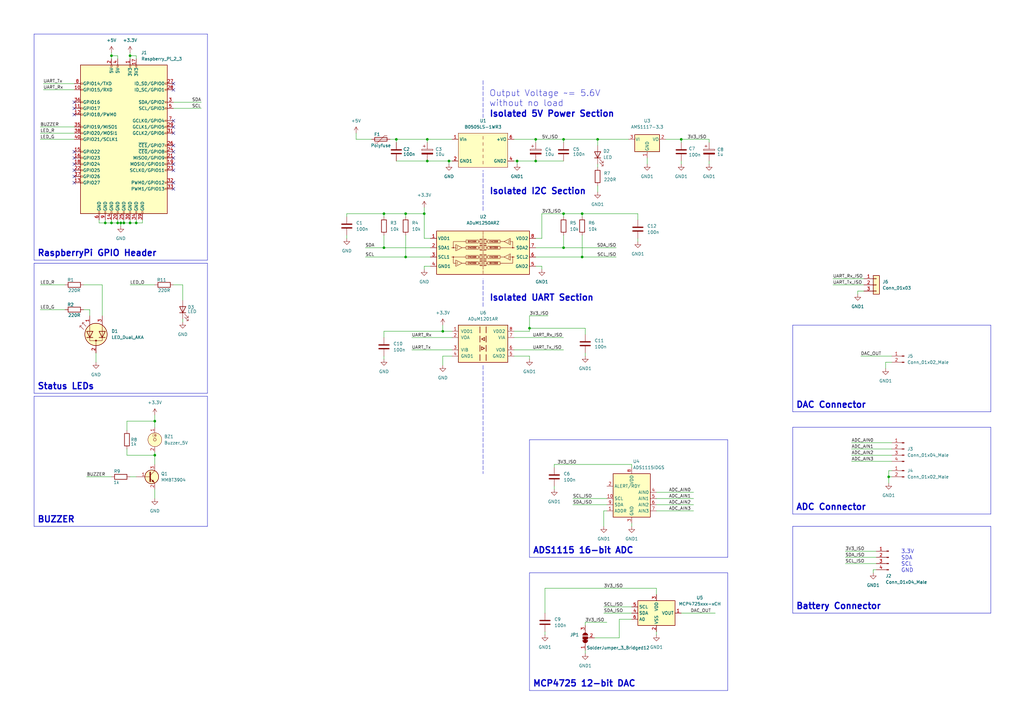
<source format=kicad_sch>
(kicad_sch (version 20231120) (generator "eeschema") (generator_version "8.0")
  (paper "A3")
  (title_block (title "Raspberry Pi HIL") (date "2024-04-12") (rev "1") (comment 1 "Designed By: Omar Mekkawy"))
  (lib_symbols
    (symbol "Analog_ADC:ADS1115IDGS"
      (property "Reference" "U" (at 2.54 13.97 0))
      (property "Value" "ADS1115IDGS" (at 7.62 11.43 0))
      (symbol "ADS1115IDGS_1_1"
        (pin input line (at 10.16 -5.08 180) (length 2.54) (name "ADDR") (number "1"))
        (pin input line (at 10.16 0 180) (length 2.54) (name "SCL") (number "10"))
        (pin output line (at 10.16 5.08 180) (length 2.54) (name "ALERT/RDY") (number "2"))
        (pin power_in line (at 0 -10.16 90) (length 2.54) (name "GND") (number "3"))
        (pin input line (at -10.16 2.54 0) (length 2.54) (name "AIN0") (number "4"))
        (pin input line (at -10.16 0 0) (length 2.54) (name "AIN1") (number "5"))
        (pin input line (at -10.16 -2.54 0) (length 2.54) (name "AIN2") (number "6"))
        (pin input line (at -10.16 -5.08 0) (length 2.54) (name "AIN3") (number "7"))
        (pin power_in line (at 0 12.7 270) (length 2.54) (name "VDD") (number "8"))
        (pin bidirectional line (at 10.16 -2.54 180) (length 2.54) (name "SDA") (number "9"))
      )
    )
    (symbol "Analog_DAC:MCP4725xxx-xCH"
      (property "Reference" "U" (at -6.35 6.35 0))
      (property "Value" "MCP4725xxx-xCH" (at 8.89 6.35 0))
      (symbol "MCP4725xxx-xCH_1_1"
        (pin output line (at 10.16 0 180) (length 2.54) (name "VOUT") (number "1"))
        (pin power_in line (at 0 -7.62 90) (length 2.54) (name "VSS") (number "2"))
        (pin power_in line (at 0 7.62 270) (length 2.54) (name "VDD") (number "3"))
        (pin bidirectional line (at -10.16 0 0) (length 2.54) (name "SDA") (number "4"))
        (pin input line (at -10.16 2.54 0) (length 2.54) (name "SCL") (number "5"))
        (pin input line (at -10.16 -2.54 0) (length 2.54) (name "A0") (number "6"))
      )
    )
    (symbol "Connector:Conn_01x02_Male" (pin_names (offset 1.016) hide)
      (property "Reference" "J" (at 0 2.54 0))
      (property "Value" "Conn_01x02_Male" (at 0 -5.08 0))
      (symbol "Conn_01x02_Male_1_1"
        (pin passive line (at 5.08 0 180) (length 3.81) (name "Pin_1") (number "1"))
        (pin passive line (at 5.08 -2.54 180) (length 3.81) (name "Pin_2") (number "2"))
      )
    )
    (symbol "Connector:Conn_01x04_Male" (pin_names (offset 1.016) hide)
      (property "Reference" "J" (at 0 5.08 0))
      (property "Value" "Conn_01x04_Male" (at 0 -7.62 0))
      (symbol "Conn_01x04_Male_1_1"
        (pin passive line (at 5.08 2.54 180) (length 3.81) (name "Pin_1") (number "1"))
        (pin passive line (at 5.08 0 180) (length 3.81) (name "Pin_2") (number "2"))
        (pin passive line (at 5.08 -2.54 180) (length 3.81) (name "Pin_3") (number "3"))
        (pin passive line (at 5.08 -5.08 180) (length 3.81) (name "Pin_4") (number "4"))
      )
    )
    (symbol "Connector:Raspberry_Pi_2_3" (pin_names (offset 1.016))
      (property "Reference" "J" (at -17.78 31.75 0))
      (property "Value" "Raspberry_Pi_2_3" (at 10.16 -31.75 0))
      (symbol "Raspberry_Pi_2_3_1_1"
        (pin power_in line (at 2.54 33.02 270) (length 2.54) (name "3V3") (number "1"))
        (pin bidirectional line (at -20.32 20.32 0) (length 2.54) (name "GPIO15/RXD") (number "10"))
        (pin bidirectional line (at -20.32 12.7 0) (length 2.54) (name "GPIO17") (number "11"))
        (pin bidirectional line (at -20.32 10.16 0) (length 2.54) (name "GPIO18/PWM0") (number "12"))
        (pin bidirectional line (at -20.32 -17.78 0) (length 2.54) (name "GPIO27") (number "13"))
        (pin power_in line (at -5.08 -33.02 90) (length 2.54) (name "GND") (number "14"))
        (pin bidirectional line (at -20.32 -5.08 0) (length 2.54) (name "GPIO22") (number "15"))
        (pin bidirectional line (at -20.32 -7.62 0) (length 2.54) (name "GPIO23") (number "16"))
        (pin power_in line (at 5.08 33.02 270) (length 2.54) (name "3V3") (number "17"))
        (pin bidirectional line (at -20.32 -10.16 0) (length 2.54) (name "GPIO24") (number "18"))
        (pin bidirectional line (at 20.32 -10.16 180) (length 2.54) (name "MOSI0/GPIO10") (number "19"))
        (pin power_in line (at -5.08 33.02 270) (length 2.54) (name "5V") (number "2"))
        (pin power_in line (at -2.54 -33.02 90) (length 2.54) (name "GND") (number "20"))
        (pin bidirectional line (at 20.32 -7.62 180) (length 2.54) (name "MISO0/GPIO9") (number "21"))
        (pin bidirectional line (at -20.32 -12.7 0) (length 2.54) (name "GPIO25") (number "22"))
        (pin bidirectional line (at 20.32 -12.7 180) (length 2.54) (name "SCLK0/GPIO11") (number "23"))
        (pin bidirectional line (at 20.32 -5.08 180) (length 2.54) (name "~{CE0}/GPIO8") (number "24"))
        (pin power_in line (at 0 -33.02 90) (length 2.54) (name "GND") (number "25"))
        (pin bidirectional line (at 20.32 -2.54 180) (length 2.54) (name "~{CE1}/GPIO7") (number "26"))
        (pin bidirectional line (at 20.32 22.86 180) (length 2.54) (name "ID_SD/GPIO0") (number "27"))
        (pin bidirectional line (at 20.32 20.32 180) (length 2.54) (name "ID_SC/GPIO1") (number "28"))
        (pin bidirectional line (at 20.32 5.08 180) (length 2.54) (name "GCLK1/GPIO5") (number "29"))
        (pin bidirectional line (at 20.32 15.24 180) (length 2.54) (name "SDA/GPIO2") (number "3"))
        (pin power_in line (at 2.54 -33.02 90) (length 2.54) (name "GND") (number "30"))
        (pin bidirectional line (at 20.32 2.54 180) (length 2.54) (name "GCLK2/GPIO6") (number "31"))
        (pin bidirectional line (at 20.32 -17.78 180) (length 2.54) (name "PWM0/GPIO12") (number "32"))
        (pin bidirectional line (at 20.32 -20.32 180) (length 2.54) (name "PWM1/GPIO13") (number "33"))
        (pin power_in line (at 5.08 -33.02 90) (length 2.54) (name "GND") (number "34"))
        (pin bidirectional line (at -20.32 5.08 0) (length 2.54) (name "GPIO19/MISO1") (number "35"))
        (pin bidirectional line (at -20.32 15.24 0) (length 2.54) (name "GPIO16") (number "36"))
        (pin bidirectional line (at -20.32 -15.24 0) (length 2.54) (name "GPIO26") (number "37"))
        (pin bidirectional line (at -20.32 2.54 0) (length 2.54) (name "GPIO20/MOSI1") (number "38"))
        (pin power_in line (at 7.62 -33.02 90) (length 2.54) (name "GND") (number "39"))
        (pin power_in line (at -2.54 33.02 270) (length 2.54) (name "5V") (number "4"))
        (pin bidirectional line (at -20.32 0 0) (length 2.54) (name "GPIO21/SCLK1") (number "40"))
        (pin bidirectional line (at 20.32 12.7 180) (length 2.54) (name "SCL/GPIO3") (number "5"))
        (pin power_in line (at -10.16 -33.02 90) (length 2.54) (name "GND") (number "6"))
        (pin bidirectional line (at 20.32 7.62 180) (length 2.54) (name "GCLK0/GPIO4") (number "7"))
        (pin bidirectional line (at -20.32 22.86 0) (length 2.54) (name "GPIO14/TXD") (number "8"))
        (pin power_in line (at -7.62 -33.02 90) (length 2.54) (name "GND") (number "9"))
      )
    )
    (symbol "Connector_Generic:Conn_01x03" (pin_names (offset 1.016) hide)
      (property "Reference" "J" (at 0 5.08 0))
      (property "Value" "Conn_01x03" (at 0 -5.08 0))
      (symbol "Conn_01x03_1_1"
        (pin passive line (at -5.08 2.54 0) (length 3.81) (name "Pin_1") (number "1"))
        (pin passive line (at -5.08 0 0) (length 3.81) (name "Pin_2") (number "2"))
        (pin passive line (at -5.08 -2.54 0) (length 3.81) (name "Pin_3") (number "3"))
      )
    )
    (symbol "Converter_DCDC:B0505LS-1WR3"
      (property "Reference" "U" (at -8.89 1.27 0))
      (property "Value" "B0505LS-1WR3" (at 2.54 1.27 0))
      (symbol "B0505LS-1WR3_1_1"
        (pin power_in line (at -12.7 -2.54 0) (length 2.54) (name "Vin") (number "1"))
        (pin power_in line (at -12.7 -11.43 0) (length 2.54) (name "GND1") (number "2"))
        (pin power_in line (at 12.7 -11.43 180) (length 2.54) (name "GND2") (number "4"))
        (pin power_in line (at 12.7 -2.54 180) (length 2.54) (name "+VO") (number "6"))
      )
    )
    (symbol "Device:C" (pin_numbers hide) (pin_names (offset 0.254))
      (property "Reference" "C" (at 0.635 2.54 0))
      (property "Value" "C" (at 0.635 -2.54 0))
      (symbol "C_1_1"
        (pin passive line (at 0 3.81 270) (length 2.794) (name "~") (number "1"))
        (pin passive line (at 0 -3.81 90) (length 2.794) (name "~") (number "2"))
      )
    )
    (symbol "Device:C_Polarized" (pin_numbers hide) (pin_names (offset 0.254))
      (property "Reference" "C" (at 0.635 2.54 0))
      (property "Value" "C_Polarized" (at 0.635 -2.54 0))
      (symbol "C_Polarized_1_1"
        (pin passive line (at 0 3.81 270) (length 2.794) (name "~") (number "1"))
        (pin passive line (at 0 -3.81 90) (length 2.794) (name "~") (number "2"))
      )
    )
    (symbol "Device:LED" (pin_numbers hide) (pin_names (offset 1.016) hide)
      (property "Reference" "D" (at 0 2.54 0))
      (property "Value" "LED" (at 0 -2.54 0))
      (symbol "LED_1_1"
        (pin passive line (at -3.81 0 0) (length 2.54) (name "K") (number "1"))
        (pin passive line (at 3.81 0 180) (length 2.54) (name "A") (number "2"))
      )
    )
    (symbol "Device:LED_Dual_AKA" (pin_names (offset 0) hide)
      (property "Reference" "D" (at 0 5.715 0))
      (property "Value" "LED_Dual_AKA" (at 0 -6.35 0))
      (symbol "LED_Dual_AKA_1_1"
        (pin input line (at 7.62 2.54 180) (length 3.81) (name "A1") (number "1"))
        (pin input line (at -7.62 0 0) (length 3.048) (name "K") (number "2"))
        (pin input line (at 7.62 -2.54 180) (length 3.81) (name "A2") (number "3"))
      )
    )
    (symbol "Device:Polyfuse" (pin_numbers hide) (pin_names (offset 0))
      (property "Reference" "F" (at -2.54 0 90))
      (property "Value" "Polyfuse" (at 2.54 0 90))
      (symbol "Polyfuse_1_1"
        (pin passive line (at 0 3.81 270) (length 1.27) (name "~") (number "1"))
        (pin passive line (at 0 -3.81 90) (length 1.27) (name "~") (number "2"))
      )
    )
    (symbol "Device:R" (pin_numbers hide) (pin_names (offset 0))
      (property "Reference" "R" (at 2.032 0 90))
      (property "Value" "R" (at 0 0 90))
      (symbol "R_1_1"
        (pin passive line (at 0 3.81 270) (length 1.27) (name "~") (number "1"))
        (pin passive line (at 0 -3.81 90) (length 1.27) (name "~") (number "2"))
      )
    )
    (symbol "Isolator:ADuM1201AR" (pin_names (offset 1.016))
      (property "Reference" "U" (at -10.16 8.89 0))
      (property "Value" "ADuM1201AR" (at -2.032 8.89 0))
      (symbol "ADuM1201AR_1_1"
        (pin power_in line (at -12.7 5.08 0) (length 2.54) (name "VDD1") (number "1"))
        (pin output line (at -12.7 2.54 0) (length 2.54) (name "VOA") (number "2"))
        (pin input line (at -12.7 -2.54 0) (length 2.54) (name "VIB") (number "3"))
        (pin power_in line (at -12.7 -5.08 0) (length 2.54) (name "GND1") (number "4"))
        (pin power_in line (at 12.7 -5.08 180) (length 2.54) (name "GND2") (number "5"))
        (pin output line (at 12.7 -2.54 180) (length 2.54) (name "VOB") (number "6"))
        (pin input line (at 12.7 2.54 180) (length 2.54) (name "VIA") (number "7"))
        (pin power_in line (at 12.7 5.08 180) (length 2.54) (name "VDD2") (number "8"))
      )
    )
    (symbol "Isolator:ADuM1250ARZ"
      (property "Reference" "U" (at -17.78 1.27 0))
      (property "Value" "ADuM1250ARZ" (at 11.43 1.27 0))
      (symbol "ADuM1250ARZ_0_0"
        (text "DECODE" (at -4.445 -5.08 0) (effects (font (size 0.635 0.635))))
        (text "DECODE" (at 4.445 -13.97 0) (effects (font (size 0.635 0.635))))
        (text "DECODE" (at 4.445 -7.62 0) (effects (font (size 0.635 0.635))))
        (text "ENCODE" (at -4.445 -13.97 0) (effects (font (size 0.635 0.635))))
        (text "ENCODE" (at -4.445 -11.43 0) (effects (font (size 0.635 0.635))))
        (text "ENCODE" (at -4.445 -7.62 0) (effects (font (size 0.635 0.635))))
        (text "ENCODE" (at 4.445 -11.43 0) (effects (font (size 0.635 0.635))))
        (text "ENCODE" (at 4.445 -5.08 0) (effects (font (size 0.635 0.635))))
      )
      (symbol "ADuM1250ARZ_1_1"
        (pin power_in line (at -21.59 -3.81 0) (length 2.54) (name "VDD1") (number "1"))
        (pin bidirectional line (at -21.59 -7.62 0) (length 2.54) (name "SDA1") (number "2"))
        (pin bidirectional line (at -21.59 -11.43 0) (length 2.54) (name "SCL1") (number "3"))
        (pin power_in line (at -21.59 -15.24 0) (length 2.54) (name "GND1") (number "4"))
        (pin power_in line (at 21.59 -15.24 180) (length 2.54) (name "GND2") (number "5"))
        (pin bidirectional line (at 21.59 -11.43 180) (length 2.54) (name "SCL2") (number "6"))
        (pin bidirectional line (at 21.59 -7.62 180) (length 2.54) (name "SDA2") (number "7"))
        (pin power_in line (at 21.59 -3.81 180) (length 2.54) (name "VDD2") (number "8"))
      )
    )
    (symbol "Jumper:SolderJumper_3_Bridged12" (pin_names (offset 0) hide) (exclude_from_sim yes) (in_bom no)
      (property "Reference" "JP" (at -2.54 -2.54 0))
      (property "Value" "SolderJumper_3_Bridged12" (at 0 2.794 0))
      (symbol "SolderJumper_3_Bridged12_1_1"
        (pin passive line (at -5.08 0 0) (length 2.54) (name "A") (number "1"))
        (pin passive line (at 0 -3.81 90) (length 2.54) (name "C") (number "2"))
        (pin passive line (at 5.08 0 180) (length 2.54) (name "B") (number "3"))
      )
    )
    (symbol "PCM_SL_Devices:Buzzer_5V"
      (property "Reference" "BZ" (at 0 7.62 0))
      (property "Value" "Buzzer_5V" (at 0 5.08 0))
      (symbol "Buzzer_5V_0_0"
        (text "+" (at -1.778 0 0) (effects (font (size 1.27 1.27))))
      )
      (symbol "Buzzer_5V_1_1"
        (pin passive line (at -5.08 0 0) (length 2.2) (name "") (number "1"))
        (pin passive line (at 5.08 0 180) (length 2.2) (name "") (number "2"))
      )
    )
    (symbol "PCM_Transistor_BJT_AKL:MMBT3904" (pin_names hide)
      (property "Reference" "Q" (at 5.08 1.27 0))
      (property "Value" "MMBT3904" (at 5.08 -1.27 0))
      (symbol "MMBT3904_1_1"
        (pin input line (at -5.08 0 0) (length 5.715) (name "B") (number "1"))
        (pin passive line (at 2.54 -5.08 90) (length 2.54) (name "E") (number "2"))
        (pin passive line (at 2.54 5.08 270) (length 2.54) (name "C") (number "3"))
      )
    )
    (symbol "Regulator_Linear:AMS1117-3.3" (pin_names (offset 0.254))
      (property "Reference" "U" (at -3.81 3.175 0))
      (property "Value" "AMS1117-3.3" (at 0 3.175 0))
      (symbol "AMS1117-3.3_1_1"
        (pin power_in line (at 0 -7.62 90) (length 2.54) (name "GND") (number "1"))
        (pin power_out line (at 7.62 0 180) (length 2.54) (name "VO") (number "2"))
        (pin power_in line (at -7.62 0 0) (length 2.54) (name "VI") (number "3"))
      )
    )
    (symbol "power:+3.3V" (power) (pin_names (offset 0))
      (property "Value" "+3.3V" (at 0 3.556 0))
      (symbol "+3.3V_1_1"
        (pin power_in line (at 0 0 90) (length 0) hide (name "+3.3V") (number "1"))
      )
    )
    (symbol "power:+5V" (power) (pin_names (offset 0))
      (property "Value" "+5V" (at 0 3.556 0))
      (symbol "+5V_1_1"
        (pin power_in line (at 0 0 90) (length 0) hide (name "+5V") (number "1"))
      )
    )
    (symbol "power:GND" (power) (pin_names (offset 0))
      (property "Value" "GND" (at 0 -3.81 0))
      (symbol "GND_1_1"
        (pin power_in line (at 0 0 270) (length 0) hide (name "GND") (number "1"))
      )
    )
    (symbol "power:GND1" (power) (pin_names (offset 0))
      (property "Value" "GND1" (at 0 -3.81 0))
      (symbol "GND1_1_1"
        (pin power_in line (at 0 0 270) (length 0) hide (name "GND1") (number "1"))
      )
    )
  )
  (junction (at 48.26 91.44))
  (junction (at 279.4 57.15))
  (junction (at 181.61 135.89))
  (junction (at 45.72 91.44))
  (junction (at 157.48 101.6))
  (junction (at 212.09 66.04))
  (junction (at 219.71 57.15))
  (junction (at 238.76 105.41))
  (junction (at 63.5 172.72))
  (junction (at 50.8 91.44))
  (junction (at 238.76 87.63))
  (junction (at 184.15 66.04))
  (junction (at 162.56 57.15))
  (junction (at 219.71 66.04))
  (junction (at 157.48 87.63))
  (junction (at 63.5 186.69))
  (junction (at 231.14 87.63))
  (junction (at 166.37 105.41))
  (junction (at 55.88 91.44))
  (junction (at 217.17 134.62))
  (junction (at 175.26 66.04))
  (junction (at 49.53 91.44))
  (junction (at 364.49 195.58))
  (junction (at 175.26 57.15))
  (junction (at 53.34 22.86))
  (junction (at 173.99 87.63))
  (junction (at 166.37 87.63))
  (junction (at 53.34 91.44))
  (junction (at 231.14 101.6))
  (junction (at 43.18 91.44))
  (junction (at 245.11 57.15))
  (junction (at 231.14 57.15))
  (junction (at 45.72 22.86))
  (no_connect (at 71.12 34.29))
  (no_connect (at 30.48 62.23))
  (no_connect (at 30.48 67.31))
  (no_connect (at 71.12 74.93))
  (no_connect (at 30.48 41.91))
  (no_connect (at 71.12 64.77))
  (no_connect (at 30.48 46.99))
  (no_connect (at 71.12 54.61))
  (no_connect (at 71.12 36.83))
  (no_connect (at 71.12 49.53))
  (no_connect (at 71.12 59.69))
  (no_connect (at 30.48 64.77))
  (no_connect (at 30.48 44.45))
  (no_connect (at 71.12 67.31))
  (no_connect (at 71.12 69.85))
  (no_connect (at 71.12 62.23))
  (no_connect (at 30.48 72.39))
  (no_connect (at 71.12 77.47))
  (no_connect (at 71.12 52.07))
  (no_connect (at 30.48 74.93))
  (no_connect (at 30.48 69.85))
  (wire (pts (xy 74.93 130.81) (xy 74.93 132.08)))
  (wire (pts (xy 43.18 90.17) (xy 43.18 91.44)))
  (polyline (pts (xy 13.97 107.95) (xy 13.97 161.29)) (stroke (width 0) (type solid) (color 0 0 194 1)))
  (wire (pts (xy 210.82 138.43) (xy 231.14 138.43)))
  (wire (pts (xy 210.82 57.15) (xy 219.71 57.15)))
  (wire (pts (xy 184.15 66.04) (xy 185.42 66.04)))
  (wire (pts (xy 238.76 96.52) (xy 238.76 105.41)))
  (wire (pts (xy 55.88 91.44) (xy 58.42 91.44)))
  (polyline (pts (xy 325.12 133.35) (xy 325.12 168.91)) (stroke (width 0) (type solid) (color 0 0 194 1)))
  (wire (pts (xy 245.11 67.31) (xy 245.11 68.58)))
  (polyline (pts (xy 217.17 180.34) (xy 217.17 228.6)) (stroke (width 0) (type solid) (color 0 0 194 1)))
  (wire (pts (xy 363.22 148.59) (xy 363.22 151.13)))
  (wire (pts (xy 45.72 21.59) (xy 45.72 22.86)))
  (wire (pts (xy 168.91 143.51) (xy 185.42 143.51)))
  (wire (pts (xy 224.79 129.54) (xy 217.17 129.54)))
  (wire (pts (xy 269.24 259.08) (xy 269.24 260.35)))
  (polyline (pts (xy 217.17 234.95) (xy 217.17 283.21)) (stroke (width 0) (type solid) (color 0 0 194 1)))
  (polyline (pts (xy 406.4 168.91) (xy 325.12 168.91)) (stroke (width 0) (type solid) (color 0 0 194 1)))
  (polyline (pts (xy 325.12 215.9) (xy 406.4 215.9)) (stroke (width 0) (type solid) (color 0 0 194 1)))
  (wire (pts (xy 71.12 44.45) (xy 82.55 44.45)))
  (wire (pts (xy 231.14 87.63) (xy 238.76 87.63)))
  (wire (pts (xy 50.8 90.17) (xy 50.8 91.44)))
  (wire (pts (xy 222.25 110.49) (xy 222.25 109.22)))
  (wire (pts (xy 176.53 97.79) (xy 173.99 97.79)))
  (polyline (pts (xy 217.17 234.95) (xy 298.45 234.95)) (stroke (width 0) (type solid) (color 0 0 194 1)))
  (wire (pts (xy 290.83 66.04) (xy 290.83 67.31)))
  (wire (pts (xy 219.71 57.15) (xy 219.71 58.42)))
  (wire (pts (xy 341.63 116.84) (xy 354.33 116.84)))
  (wire (pts (xy 162.56 57.15) (xy 175.26 57.15)))
  (wire (pts (xy 259.08 214.63) (xy 259.08 215.9)))
  (wire (pts (xy 157.48 135.89) (xy 157.48 138.43)))
  (wire (pts (xy 247.65 209.55) (xy 248.92 209.55)))
  (wire (pts (xy 247.65 248.92) (xy 259.08 248.92)))
  (wire (pts (xy 168.91 138.43) (xy 185.42 138.43)))
  (wire (pts (xy 53.34 21.59) (xy 53.34 22.86)))
  (polyline (pts (xy 13.97 107.95) (xy 85.09 107.95)) (stroke (width 0) (type solid) (color 0 0 194 1)))
  (wire (pts (xy 53.34 116.84) (xy 63.5 116.84)))
  (wire (pts (xy 279.4 57.15) (xy 290.83 57.15)))
  (wire (pts (xy 365.76 148.59) (xy 363.22 148.59)))
  (polyline (pts (xy 406.4 133.35) (xy 406.4 168.91)) (stroke (width 0) (type solid) (color 0 0 194 1)))
  (wire (pts (xy 227.33 191.77) (xy 227.33 190.5)))
  (wire (pts (xy 219.71 109.22) (xy 222.25 109.22)))
  (polyline (pts (xy 406.4 251.46) (xy 325.12 251.46)) (stroke (width 0) (type solid) (color 0 0 194 1)))
  (polyline (pts (xy 298.45 228.6) (xy 217.17 228.6)) (stroke (width 0) (type solid) (color 0 0 194 1)))
  (wire (pts (xy 269.24 209.55) (xy 284.48 209.55)))
  (wire (pts (xy 173.99 85.09) (xy 173.99 87.63)))
  (wire (pts (xy 16.51 52.07) (xy 30.48 52.07)))
  (wire (pts (xy 290.83 57.15) (xy 290.83 58.42)))
  (wire (pts (xy 210.82 66.04) (xy 212.09 66.04)))
  (wire (pts (xy 173.99 110.49) (xy 173.99 109.22)))
  (wire (pts (xy 48.26 91.44) (xy 45.72 91.44)))
  (wire (pts (xy 223.52 259.08) (xy 223.52 260.35)))
  (wire (pts (xy 63.5 200.66) (xy 63.5 204.47)))
  (wire (pts (xy 63.5 172.72) (xy 52.07 172.72)))
  (wire (pts (xy 223.52 241.3) (xy 269.24 241.3)))
  (wire (pts (xy 41.91 116.84) (xy 41.91 129.54)))
  (polyline (pts (xy 85.09 106.68) (xy 13.97 106.68)) (stroke (width 0) (type solid) (color 0 0 194 1)))
  (wire (pts (xy 71.12 116.84) (xy 74.93 116.84)))
  (wire (pts (xy 219.71 105.41) (xy 238.76 105.41)))
  (wire (pts (xy 219.71 97.79) (xy 222.25 97.79)))
  (wire (pts (xy 146.05 54.61) (xy 146.05 57.15)))
  (wire (pts (xy 351.79 119.38) (xy 351.79 120.65)))
  (wire (pts (xy 142.24 87.63) (xy 157.48 87.63)))
  (wire (pts (xy 231.14 57.15) (xy 231.14 58.42)))
  (wire (pts (xy 16.51 57.15) (xy 30.48 57.15)))
  (polyline (pts (xy 13.97 13.97) (xy 85.09 13.97)) (stroke (width 0) (type solid) (color 0 0 194 1)))
  (wire (pts (xy 52.07 184.15) (xy 52.07 186.69)))
  (wire (pts (xy 227.33 199.39) (xy 227.33 200.66)))
  (wire (pts (xy 269.24 207.01) (xy 284.48 207.01)))
  (wire (pts (xy 231.14 96.52) (xy 231.14 101.6)))
  (wire (pts (xy 45.72 91.44) (xy 43.18 91.44)))
  (polyline (pts (xy 13.97 162.56) (xy 85.09 162.56)) (stroke (width 0) (type solid) (color 0 0 194 1)))
  (wire (pts (xy 45.72 22.86) (xy 45.72 24.13)))
  (polyline (pts (xy 325.12 133.35) (xy 406.4 133.35)) (stroke (width 0) (type solid) (color 0 0 194 1)))
  (wire (pts (xy 245.11 57.15) (xy 245.11 59.69)))
  (wire (pts (xy 74.93 116.84) (xy 74.93 123.19)))
  (wire (pts (xy 166.37 105.41) (xy 176.53 105.41)))
  (polyline (pts (xy 406.4 210.82) (xy 325.12 210.82)) (stroke (width 0) (type solid) (color 0 0 194 1)))
  (wire (pts (xy 227.33 190.5) (xy 259.08 190.5)))
  (wire (pts (xy 173.99 87.63) (xy 173.99 97.79)))
  (wire (pts (xy 157.48 135.89) (xy 181.61 135.89)))
  (wire (pts (xy 261.62 87.63) (xy 261.62 90.17)))
  (wire (pts (xy 240.03 266.7) (xy 240.03 267.97)))
  (wire (pts (xy 53.34 22.86) (xy 55.88 22.86)))
  (wire (pts (xy 210.82 146.05) (xy 217.17 146.05)))
  (wire (pts (xy 217.17 134.62) (xy 240.03 134.62)))
  (wire (pts (xy 16.51 127) (xy 26.67 127)))
  (wire (pts (xy 43.18 91.44) (xy 40.64 91.44)))
  (wire (pts (xy 149.86 101.6) (xy 157.48 101.6)))
  (wire (pts (xy 48.26 90.17) (xy 48.26 91.44)))
  (wire (pts (xy 157.48 146.05) (xy 157.48 147.32)))
  (wire (pts (xy 247.65 251.46) (xy 259.08 251.46)))
  (polyline (pts (xy 198.12 125.73) (xy 198.12 114.3)) (stroke (width 0) (type dash)))
  (polyline (pts (xy 325.12 175.26) (xy 325.12 210.82)) (stroke (width 0) (type solid) (color 0 0 194 1)))
  (wire (pts (xy 34.29 116.84) (xy 41.91 116.84)))
  (wire (pts (xy 238.76 87.63) (xy 238.76 88.9)))
  (wire (pts (xy 45.72 90.17) (xy 45.72 91.44)))
  (wire (pts (xy 254 254) (xy 259.08 254)))
  (wire (pts (xy 269.24 201.93) (xy 284.48 201.93)))
  (wire (pts (xy 63.5 170.18) (xy 63.5 172.72)))
  (polyline (pts (xy 298.45 180.34) (xy 298.45 228.6)) (stroke (width 0) (type solid) (color 0 0 194 1)))
  (wire (pts (xy 181.61 146.05) (xy 185.42 146.05)))
  (polyline (pts (xy 217.17 180.34) (xy 298.45 180.34)) (stroke (width 0) (type solid) (color 0 0 194 1)))
  (wire (pts (xy 173.99 109.22) (xy 176.53 109.22)))
  (wire (pts (xy 217.17 129.54) (xy 217.17 134.62)))
  (wire (pts (xy 354.33 119.38) (xy 351.79 119.38)))
  (wire (pts (xy 240.03 255.27) (xy 240.03 256.54)))
  (wire (pts (xy 261.62 97.79) (xy 261.62 99.06)))
  (wire (pts (xy 240.03 255.27) (xy 248.92 255.27)))
  (wire (pts (xy 349.25 186.69) (xy 365.76 186.69)))
  (polyline (pts (xy 298.45 283.21) (xy 217.17 283.21)) (stroke (width 0) (type solid) (color 0 0 194 1)))
  (wire (pts (xy 16.51 54.61) (xy 30.48 54.61)))
  (wire (pts (xy 39.37 144.78) (xy 39.37 148.59)))
  (wire (pts (xy 254 261.62) (xy 254 254)))
  (wire (pts (xy 279.4 57.15) (xy 279.4 58.42)))
  (wire (pts (xy 279.4 251.46) (xy 293.37 251.46)))
  (polyline (pts (xy 325.12 215.9) (xy 325.12 251.46)) (stroke (width 0) (type solid) (color 0 0 194 1)))
  (wire (pts (xy 157.48 88.9) (xy 157.48 87.63)))
  (wire (pts (xy 217.17 135.89) (xy 210.82 135.89)))
  (wire (pts (xy 269.24 204.47) (xy 284.48 204.47)))
  (wire (pts (xy 166.37 87.63) (xy 166.37 88.9)))
  (polyline (pts (xy 198.12 86.36) (xy 198.12 69.85)) (stroke (width 0) (type dash)))
  (wire (pts (xy 245.11 76.2) (xy 245.11 78.74)))
  (wire (pts (xy 364.49 198.12) (xy 364.49 195.58)))
  (wire (pts (xy 63.5 175.26) (xy 63.5 172.72)))
  (wire (pts (xy 160.02 57.15) (xy 162.56 57.15)))
  (polyline (pts (xy 85.09 161.29) (xy 13.97 161.29)) (stroke (width 0) (type solid) (color 0 0 194 1)))
  (polyline (pts (xy 13.97 162.56) (xy 13.97 215.9)) (stroke (width 0) (type solid) (color 0 0 194 1)))
  (wire (pts (xy 353.06 146.05) (xy 365.76 146.05)))
  (wire (pts (xy 212.09 66.04) (xy 219.71 66.04)))
  (wire (pts (xy 234.95 207.01) (xy 248.92 207.01)))
  (wire (pts (xy 223.52 251.46) (xy 223.52 241.3)))
  (wire (pts (xy 219.71 101.6) (xy 231.14 101.6)))
  (polyline (pts (xy 85.09 162.56) (xy 85.09 215.9)) (stroke (width 0) (type solid) (color 0 0 194 1)))
  (wire (pts (xy 53.34 90.17) (xy 53.34 91.44)))
  (wire (pts (xy 243.84 261.62) (xy 254 261.62)))
  (wire (pts (xy 53.34 195.58) (xy 55.88 195.58)))
  (wire (pts (xy 273.05 57.15) (xy 279.4 57.15)))
  (wire (pts (xy 53.34 22.86) (xy 53.34 24.13)))
  (wire (pts (xy 63.5 185.42) (xy 63.5 186.69)))
  (wire (pts (xy 184.15 67.31) (xy 184.15 66.04)))
  (wire (pts (xy 231.14 87.63) (xy 231.14 88.9)))
  (wire (pts (xy 222.25 87.63) (xy 231.14 87.63)))
  (wire (pts (xy 265.43 64.77) (xy 265.43 67.31)))
  (wire (pts (xy 346.71 231.14) (xy 359.41 231.14)))
  (wire (pts (xy 17.78 34.29) (xy 30.48 34.29)))
  (wire (pts (xy 45.72 22.86) (xy 48.26 22.86)))
  (wire (pts (xy 157.48 101.6) (xy 176.53 101.6)))
  (wire (pts (xy 34.29 127) (xy 36.83 127)))
  (wire (pts (xy 222.25 97.79) (xy 222.25 87.63)))
  (wire (pts (xy 341.63 114.3) (xy 354.33 114.3)))
  (wire (pts (xy 358.14 233.68) (xy 359.41 233.68)))
  (polyline (pts (xy 13.97 13.97) (xy 13.97 106.68)) (stroke (width 0) (type solid) (color 0 0 194 1)))
  (polyline (pts (xy 85.09 13.97) (xy 85.09 106.68)) (stroke (width 0) (type solid) (color 0 0 194 1)))
  (wire (pts (xy 63.5 186.69) (xy 63.5 190.5)))
  (wire (pts (xy 238.76 105.41) (xy 252.73 105.41)))
  (wire (pts (xy 212.09 67.31) (xy 212.09 66.04)))
  (polyline (pts (xy 325.12 175.26) (xy 406.4 175.26)) (stroke (width 0) (type solid) (color 0 0 194 1)))
  (wire (pts (xy 17.78 36.83) (xy 30.48 36.83)))
  (wire (pts (xy 346.71 226.06) (xy 359.41 226.06)))
  (wire (pts (xy 349.25 189.23) (xy 365.76 189.23)))
  (wire (pts (xy 52.07 172.72) (xy 52.07 176.53)))
  (wire (pts (xy 40.64 90.17) (xy 40.64 91.44)))
  (wire (pts (xy 71.12 41.91) (xy 82.55 41.91)))
  (wire (pts (xy 184.15 66.04) (xy 175.26 66.04)))
  (wire (pts (xy 364.49 193.04) (xy 365.76 193.04)))
  (polyline (pts (xy 298.45 234.95) (xy 298.45 283.21)) (stroke (width 0) (type solid) (color 0 0 194 1)))
  (wire (pts (xy 162.56 66.04) (xy 175.26 66.04)))
  (wire (pts (xy 142.24 96.52) (xy 142.24 97.79)))
  (wire (pts (xy 245.11 57.15) (xy 257.81 57.15)))
  (wire (pts (xy 364.49 195.58) (xy 365.76 195.58)))
  (wire (pts (xy 238.76 87.63) (xy 261.62 87.63)))
  (wire (pts (xy 240.03 134.62) (xy 240.03 137.16)))
  (wire (pts (xy 149.86 105.41) (xy 166.37 105.41)))
  (wire (pts (xy 358.14 234.95) (xy 358.14 233.68)))
  (wire (pts (xy 349.25 184.15) (xy 365.76 184.15)))
  (wire (pts (xy 240.03 144.78) (xy 240.03 146.05)))
  (wire (pts (xy 364.49 195.58) (xy 364.49 193.04)))
  (polyline (pts (xy 198.12 149.86) (xy 198.12 194.31)) (stroke (width 0) (type dash)))
  (wire (pts (xy 50.8 91.44) (xy 53.34 91.44)))
  (wire (pts (xy 55.88 24.13) (xy 55.88 22.86)))
  (wire (pts (xy 146.05 57.15) (xy 152.4 57.15)))
  (wire (pts (xy 52.07 186.69) (xy 63.5 186.69)))
  (wire (pts (xy 247.65 215.9) (xy 247.65 209.55)))
  (wire (pts (xy 231.14 101.6) (xy 252.73 101.6)))
  (wire (pts (xy 175.26 57.15) (xy 185.42 57.15)))
  (wire (pts (xy 349.25 181.61) (xy 365.76 181.61)))
  (wire (pts (xy 157.48 96.52) (xy 157.48 101.6)))
  (polyline (pts (xy 406.4 175.26) (xy 406.4 210.82)) (stroke (width 0) (type solid) (color 0 0 194 1)))
  (wire (pts (xy 181.61 135.89) (xy 181.61 133.35)))
  (wire (pts (xy 55.88 90.17) (xy 55.88 91.44)))
  (wire (pts (xy 175.26 57.15) (xy 175.26 58.42)))
  (wire (pts (xy 53.34 91.44) (xy 55.88 91.44)))
  (wire (pts (xy 157.48 87.63) (xy 166.37 87.63)))
  (wire (pts (xy 210.82 143.51) (xy 231.14 143.51)))
  (wire (pts (xy 166.37 96.52) (xy 166.37 105.41)))
  (wire (pts (xy 231.14 57.15) (xy 245.11 57.15)))
  (wire (pts (xy 48.26 24.13) (xy 48.26 22.86)))
  (wire (pts (xy 185.42 135.89) (xy 181.61 135.89)))
  (wire (pts (xy 166.37 87.63) (xy 173.99 87.63)))
  (wire (pts (xy 259.08 190.5) (xy 259.08 191.77)))
  (wire (pts (xy 16.51 116.84) (xy 26.67 116.84)))
  (wire (pts (xy 58.42 90.17) (xy 58.42 91.44)))
  (wire (pts (xy 234.95 204.47) (xy 248.92 204.47)))
  (wire (pts (xy 181.61 146.05) (xy 181.61 149.86)))
  (wire (pts (xy 217.17 134.62) (xy 217.17 135.89)))
  (polyline (pts (xy 406.4 215.9) (xy 406.4 251.46)) (stroke (width 0) (type solid) (color 0 0 194 1)))
  (wire (pts (xy 269.24 241.3) (xy 269.24 243.84)))
  (polyline (pts (xy 198.12 33.02) (xy 198.12 48.26)) (stroke (width 0) (type dash)))
  (polyline (pts (xy 85.09 107.95) (xy 85.09 161.29)) (stroke (width 0) (type solid) (color 0 0 194 1)))
  (wire (pts (xy 35.56 195.58) (xy 45.72 195.58)))
  (wire (pts (xy 346.71 228.6) (xy 359.41 228.6)))
  (wire (pts (xy 142.24 88.9) (xy 142.24 87.63)))
  (wire (pts (xy 162.56 57.15) (xy 162.56 58.42)))
  (polyline (pts (xy 85.09 215.9) (xy 13.97 215.9)) (stroke (width 0) (type solid) (color 0 0 194 1)))
  (wire (pts (xy 36.83 127) (xy 36.83 129.54)))
  (wire (pts (xy 219.71 66.04) (xy 231.14 66.04)))
  (wire (pts (xy 219.71 57.15) (xy 231.14 57.15)))
  (wire (pts (xy 217.17 147.32) (xy 217.17 146.05)))
  (wire (pts (xy 279.4 66.04) (xy 279.4 67.31)))
  (wire (pts (xy 49.53 91.44) (xy 50.8 91.44)))
  (wire (pts (xy 49.53 92.71) (xy 49.53 91.44)))
  (wire (pts (xy 49.53 91.44) (xy 48.26 91.44)))
  (text "RaspberryPi GPIO Header" (at 15.24 105.41 0) (effects (font (size 2.54 2.54) (thickness 0.508) (bold yes)) (justify left bottom)))
  (text "Isolated I2C Section" (at 200.66 80.01 0) (effects (font (size 2.54 2.54) (thickness 0.508) (bold yes)) (justify left bottom)))
  (text "Battery Connector" (at 326.39 250.19 0) (effects (font (size 2.54 2.54) (thickness 0.508) (bold yes)) (justify left bottom)))
  (text "Output Voltage ~= 5.6V\nwithout no load" (at 200.66 43.942 0) (effects (font (size 2.54 2.54)) (justify left bottom)))
  (text "Isolated UART Section" (at 200.66 123.698 0) (effects (font (size 2.54 2.54) (thickness 0.508) (bold yes)) (justify left bottom)))
  (text "3.3V\nSDA\nSCL\nGND" (at 369.57 234.95 0) (effects (font (size 1.6 1.6)) (justify left bottom)))
  (text "ADS1115 16-bit ADC" (at 218.44 227.33 0) (effects (font (size 2.54 2.54) (thickness 0.508) (bold yes)) (justify left bottom)))
  (text "Status LEDs" (at 15.24 160.02 0) (effects (font (size 2.54 2.54) (thickness 0.508) (bold yes)) (justify left bottom)))
  (text "ADC Connector" (at 326.39 209.55 0) (effects (font (size 2.54 2.54) (thickness 0.508) (bold yes)) (justify left bottom)))
  (text "DAC Connector" (at 326.39 167.64 0) (effects (font (size 2.54 2.54) (thickness 0.508) (bold yes)) (justify left bottom)))
  (text "MCP4725 12-bit DAC" (at 218.44 281.94 0) (effects (font (size 2.54 2.54) (thickness 0.508) (bold yes)) (justify left bottom)))
  (text "Isolated 5V Power Section" (at 200.66 48.26 0) (effects (font (size 2.54 2.54) (thickness 0.508) (bold yes)) (justify left bottom)))
  (text "BUZZER" (at 15.24 214.63 0) (effects (font (size 2.54 2.54) (thickness 0.508) (bold yes)) (justify left bottom)))
  (label "SDA" (at 149.86 101.6 0))
  (label "ADC_AIN2" (at 274.32 207.01 0))
  (label "DAC_OUT" (at 283.21 251.46 0))
  (label "SDA_ISO" (at 234.95 207.01 0))
  (label "SDA_ISO" (at 252.73 101.6 180))
  (label "3V3_ISO" (at 247.65 241.3 0))
  (label "SCL" (at 78.74 44.45 0))
  (label "3V3_ISO" (at 346.71 226.06 0))
  (label "UART_Tx" (at 17.78 34.29 0))
  (label "SCL_ISO" (at 346.71 231.14 0))
  (label "SDA" (at 78.74 41.91 0))
  (label "SDA_ISO" (at 247.65 251.46 0))
  (label "LED_R" (at 16.51 116.84 0))
  (label "SCL_ISO" (at 252.73 105.41 180))
  (label "3V3_ISO" (at 222.25 87.63 0))
  (label "BUZZER" (at 16.51 52.07 0))
  (label "UART_Rx" (at 168.91 138.43 0))
  (label "ADC_AIN2" (at 349.25 186.69 0))
  (label "BUZZER" (at 35.56 195.58 0))
  (label "ADC_AIN3" (at 349.25 189.23 0))
  (label "UART_Rx" (at 17.78 36.83 0))
  (label "SDA_ISO" (at 346.71 228.6 0))
  (label "3V3_ISO" (at 240.03 255.27 0))
  (label "UART_Tx_ISO" (at 341.63 116.84 0))
  (label "UART_Tx_ISO" (at 218.44 143.51 0))
  (label "ADC_AIN1" (at 349.25 184.15 0))
  (label "ADC_AIN0" (at 274.32 201.93 0))
  (label "SCL_ISO" (at 247.65 248.92 0))
  (label "LED_O" (at 53.34 116.84 0))
  (label "UART_Tx" (at 168.91 143.51 0))
  (label "3V3_ISO" (at 217.17 129.54 0))
  (label "SCL_ISO" (at 234.95 204.47 0))
  (label "LED_G" (at 16.51 57.15 0))
  (label "UART_Rx_ISO" (at 341.63 114.3 0))
  (label "5V_ISO" (at 222.25 57.15 0))
  (label "3V3_ISO" (at 228.6 190.5 0))
  (label "ADC_AIN0" (at 349.25 181.61 0))
  (label "SCL" (at 149.86 105.41 0))
  (label "LED_R" (at 16.51 54.61 0))
  (label "ADC_AIN3" (at 274.32 209.55 0))
  (label "DAC_OUT" (at 353.06 146.05 0))
  (label "UART_Rx_ISO" (at 218.44 138.43 0))
  (label "LED_G" (at 16.51 127 0))
  (label "3V3_ISO" (at 281.94 57.15 0))
  (label "ADC_AIN1" (at 274.32 204.47 0))
  (symbol (lib_id "power:GND1") (at 247.65 215.9 0) (unit 1)
    (property "Reference" "#PWR014" (effects (hide yes)))
    (property "Value" "GND1" (at 247.65 220.98 0))
  )
  (symbol (lib_id "power:GND1") (at 240.03 146.05 0) (unit 1)
    (property "Reference" "#PWR031" (effects (hide yes)))
    (property "Value" "GND1" (at 240.03 151.13 0))
  )
  (symbol (lib_id "Connector:Raspberry_Pi_2_3") (at 50.8 57.15 0) (unit 1)
    (property "Reference" "J1" (at 57.8994 21.59 0) (effects (justify left)))
    (property "Value" "Raspberry_Pi_2_3" (at 57.8994 24.13 0) (effects (justify left)))
    (property "Footprint" "Connector_PinHeader_2.54mm:PinHeader_2x20_P2.54mm_Vertical" (effects (hide yes)))
    (property "Datasheet" "https://www.raspberrypi.org/documentation/hardware/raspberrypi/schematics/rpi_SCH_3bplus_1p0_reduced.pdf" (effects (hide yes)))
  )
  (symbol (lib_id "power:+3.3V") (at 63.5 170.18 0) (unit 1)
    (property "Reference" "#PWR025" (effects (hide yes)))
    (property "Value" "+3.3V" (at 63.5 165.1 0))
  )
  (symbol (lib_id "power:GND") (at 39.37 148.59 0) (unit 1)
    (property "Reference" "#PWR03" (effects (hide yes)))
    (property "Value" "GND" (at 39.37 153.67 0))
  )
  (symbol (lib_id "Device:LED") (at 74.93 127 90) (unit 1)
    (property "Reference" "D3" (at 76.962 125.984 90) (effects (justify right)))
    (property "Value" "LED" (at 76.962 127.762 90) (effects (justify right)))
    (property "Footprint" "LED_SMD:LED_0805_2012Metric" (effects (hide yes)))
    (property "Description" "Light emitting diode" (effects (hide yes)))
  )
  (symbol (lib_id "Device:C_Polarized") (at 290.83 62.23 0) (unit 1)
    (property "Reference" "C8" (at 294.132 61.3411 0) (effects (justify left)))
    (property "Value" "1u" (at 294.132 63.246 0) (effects (justify left)))
    (property "Footprint" "Capacitor_THT:CP_Radial_D4.0mm_P1.50mm" (effects (hide yes)))
  )
  (symbol (lib_id "Connector_Generic:Conn_01x03") (at 359.41 116.84 0) (unit 1)
    (property "Reference" "J6" (at 361.95 115.5699 0) (effects (justify left)))
    (property "Value" "Conn_01x03" (at 361.95 118.1099 0) (effects (justify left)))
    (property "Footprint" "Connector_PinHeader_2.54mm:PinHeader_1x03_P2.54mm_Vertical" (effects (hide yes)))
    (property "Description" "Generic connector, single row, 01x03, script generated (kicad-library-utils/schlib/autogen/connector/)" (effects (hide yes)))
  )
  (symbol (lib_id "power:GND1") (at 364.49 198.12 0) (unit 1)
    (property "Reference" "#PWR019" (effects (hide yes)))
    (property "Value" "GND1" (at 364.49 203.2 0))
  )
  (symbol (lib_id "power:GND1") (at 259.08 215.9 0) (unit 1)
    (property "Reference" "#PWR016" (effects (hide yes)))
    (property "Value" "GND1" (at 259.08 220.98 0))
  )
  (symbol (lib_id "power:GND1") (at 222.25 110.49 0) (unit 1)
    (property "Reference" "#PWR011" (effects (hide yes)))
    (property "Value" "GND1" (at 222.25 115.57 0))
  )
  (symbol (lib_id "power:GND1") (at 212.09 67.31 0) (unit 1)
    (property "Reference" "#PWR010" (effects (hide yes)))
    (property "Value" "GND1" (at 212.09 72.39 0))
  )
  (symbol (lib_id "Connector:Conn_01x02_Male") (at 370.84 193.04 0) (mirror y) (unit 1)
    (property "Reference" "J4" (at 372.11 193.0399 0) (effects (justify right)))
    (property "Value" "Conn_01x02_Male" (at 372.11 195.5799 0) (effects (justify right)))
    (property "Footprint" "Connector_PinHeader_2.54mm:PinHeader_1x02_P2.54mm_Vertical" (effects (hide yes)))
  )
  (symbol (lib_id "Converter_DCDC:B0505LS-1WR3") (at 198.12 54.61 0) (unit 1)
    (property "Reference" "U1" (at 198.12 49.53 0))
    (property "Value" "B0505LS-1WR3" (at 198.12 52.07 0))
    (property "Footprint" "Converter_DCDC:Converter_DCDC_TRACO_TMR-1-xxxx_Single_THT" (effects (hide yes)))
    (property "Datasheet" "https://www.chipmall.com/datasheet/MORNSUN-Guangzhou-S&-T-B0505LS-1WR3_4610779.html" (effects (hide yes)))
  )
  (symbol (lib_id "Device:Polyfuse") (at 156.21 57.15 90) (unit 1)
    (property "Reference" "F1" (at 154.686 55.118 90))
    (property "Value" "Polyfuse" (at 156.21 59.69 90))
    (property "Footprint" "Fuse:Fuse_1210_3225Metric_Pad1.42x2.65mm_HandSolder" (effects (hide yes)))
    (property "Description" "Resettable fuse, polymeric positive temperature coefficient" (effects (hide yes)))
  )
  (symbol (lib_id "Device:C") (at 142.24 92.71 0) (unit 1)
    (property "Reference" "C1" (at 146.05 91.4399 0) (effects (justify left)))
    (property "Value" "100n" (at 146.05 93.9799 0) (effects (justify left)))
    (property "Footprint" "Capacitor_SMD:C_0805_2012Metric" (effects (hide yes)))
  )
  (symbol (lib_id "Regulator_Linear:AMS1117-3.3") (at 265.43 57.15 0) (unit 1)
    (property "Reference" "U3" (at 265.43 49.53 0))
    (property "Value" "AMS1117-3.3" (at 265.43 52.07 0))
    (property "Footprint" "Package_TO_SOT_SMD:SOT-223-3_TabPin2" (effects (hide yes)))
    (property "Datasheet" "http://www.advanced-monolithic.com/pdf/ds1117.pdf" (effects (hide yes)))
  )
  (symbol (lib_id "power:GND") (at 173.99 110.49 0) (unit 1)
    (property "Reference" "#PWR07" (effects (hide yes)))
    (property "Value" "GND" (at 173.99 115.57 0))
  )
  (symbol (lib_id "power:GND1") (at 245.11 78.74 0) (unit 1)
    (property "Reference" "#PWR013" (effects (hide yes)))
    (property "Value" "GND1" (at 245.11 83.82 0))
  )
  (symbol (lib_id "Device:R") (at 30.48 116.84 90) (unit 1)
    (property "Reference" "R1" (at 28.956 114.808 90))
    (property "Value" "220R" (at 30.48 119.126 90))
    (property "Footprint" "Resistor_SMD:R_0603_1608Metric" (effects (hide yes)))
  )
  (symbol (lib_id "Device:R") (at 166.37 92.71 0) (unit 1)
    (property "Reference" "R4" (at 168.91 91.4399 0) (effects (justify left)))
    (property "Value" "10k" (at 168.91 93.9799 0) (effects (justify left)))
    (property "Footprint" "Resistor_SMD:R_0603_1608Metric" (effects (hide yes)))
  )
  (symbol (lib_id "power:GND1") (at 240.03 267.97 0) (unit 1)
    (property "Reference" "#PWR023" (effects (hide yes)))
    (property "Value" "GND1" (at 240.03 273.05 0))
  )
  (symbol (lib_id "Device:C") (at 261.62 93.98 0) (unit 1)
    (property "Reference" "C12" (at 265.43 92.7099 0) (effects (justify left)))
    (property "Value" "100n" (at 265.43 95.2499 0) (effects (justify left)))
    (property "Footprint" "Capacitor_SMD:C_0805_2012Metric" (effects (hide yes)))
  )
  (symbol (lib_id "power:GND1") (at 363.22 151.13 0) (unit 1)
    (property "Reference" "#PWR033" (effects (hide yes)))
    (property "Value" "GND1" (at 363.22 156.21 0))
  )
  (symbol (lib_id "PCM_Transistor_BJT_AKL:MMBT3904") (at 60.96 195.58 0) (unit 1)
    (property "Reference" "Q1" (at 66.04 194.3099 0) (effects (justify left)))
    (property "Value" "MMBT3904" (at 66.04 196.8499 0) (effects (justify left)))
    (property "Footprint" "PCM_Package_TO_SOT_SMD_AKL:SOT-23" (effects (hide yes)))
    (property "Datasheet" "https://www.tme.eu/Document/12bff749841e3a356e683e9a8e7e4119/2N3904BU-DTE.pdf" (effects (hide yes)))
    (property "Description" "NPN SOT-23 transistor, 40V, 200mA, 350mW, Complementary to MMBT3906, Alternate KiCAD Library" (effects (hide yes)))
  )
  (symbol (lib_id "power:GND") (at 63.5 204.47 0) (unit 1)
    (property "Reference" "#PWR024" (effects (hide yes)))
    (property "Value" "GND" (at 63.5 209.55 0))
  )
  (symbol (lib_id "Isolator:ADuM1250ARZ") (at 198.12 93.98 0) (unit 1)
    (property "Reference" "U2" (at 198.12 88.9 0))
    (property "Value" "ADuM1250ARZ" (at 198.12 91.44 0))
    (property "Footprint" "Package_SO:SOIC-8_3.9x4.9mm_P1.27mm" (effects (hide yes)))
    (property "Datasheet" "https://www.analog.com/media/en/technical-documentation/data-sheets/adum1250_1251.pdf" (effects (hide yes)))
  )
  (symbol (lib_id "power:GND1") (at 223.52 260.35 0) (unit 1)
    (property "Reference" "#PWR021" (effects (hide yes)))
    (property "Value" "GND1" (at 223.52 265.43 0))
  )
  (symbol (lib_id "power:GND1") (at 217.17 147.32 0) (unit 1)
    (property "Reference" "#PWR030" (effects (hide yes)))
    (property "Value" "GND1" (at 217.17 152.4 0))
  )
  (symbol (lib_id "power:+5V") (at 45.72 21.59 0) (unit 1)
    (property "Reference" "#PWR01" (effects (hide yes)))
    (property "Value" "+5V" (at 45.72 16.51 0))
  )
  (symbol (lib_id "Device:C") (at 157.48 142.24 0) (unit 1)
    (property "Reference" "C10" (at 161.29 140.9699 0) (effects (justify left)))
    (property "Value" "100n" (at 161.29 143.5099 0) (effects (justify left)))
    (property "Footprint" "Capacitor_SMD:C_0805_2012Metric" (effects (hide yes)))
  )
  (symbol (lib_id "PCM_SL_Devices:Buzzer_5V") (at 63.5 180.34 270) (unit 1)
    (property "Reference" "BZ1" (at 67.31 179.0699 90) (effects (justify left)))
    (property "Value" "Buzzer_5V" (at 67.31 181.6099 90) (effects (justify left)))
    (property "Footprint" "Buzzer_Beeper:MagneticBuzzer_ProSignal_ABT-410-RC" (effects (hide yes)))
    (property "Description" "Buzzer 5V" (effects (hide yes)))
  )
  (symbol (lib_id "power:GND1") (at 261.62 99.06 0) (unit 1)
    (property "Reference" "#PWR032" (effects (hide yes)))
    (property "Value" "GND1" (at 261.62 104.14 0))
  )
  (symbol (lib_id "power:GND") (at 157.48 147.32 0) (unit 1)
    (property "Reference" "#PWR029" (effects (hide yes)))
    (property "Value" "GND" (at 157.48 152.4 0))
  )
  (symbol (lib_id "Device:R") (at 30.48 127 90) (unit 1)
    (property "Reference" "R2" (at 28.956 124.968 90))
    (property "Value" "220R" (at 30.48 129.286 90))
    (property "Footprint" "Resistor_SMD:R_0603_1608Metric" (effects (hide yes)))
  )
  (symbol (lib_id "Connector:Conn_01x04_Male") (at 364.49 228.6 0) (mirror y) (unit 1)
    (property "Reference" "J2" (at 363.22 236.22 0) (effects (justify right)))
    (property "Value" "Conn_01x04_Male" (at 363.22 238.76 0) (effects (justify right)))
    (property "Footprint" "Connector_PinHeader_2.54mm:PinHeader_1x04_P2.54mm_Vertical" (effects (hide yes)))
  )
  (symbol (lib_id "Device:R") (at 157.48 92.71 0) (unit 1)
    (property "Reference" "R3" (at 160.02 91.4399 0) (effects (justify left)))
    (property "Value" "10k" (at 160.02 93.9799 0) (effects (justify left)))
    (property "Footprint" "Resistor_SMD:R_0603_1608Metric" (effects (hide yes)))
  )
  (symbol (lib_id "power:GND1") (at 290.83 67.31 0) (unit 1)
    (property "Reference" "#PWR020" (effects (hide yes)))
    (property "Value" "GND1" (at 290.83 72.39 0))
  )
  (symbol (lib_id "Device:C_Polarized") (at 219.71 62.23 0) (unit 1)
    (property "Reference" "C4" (at 223.52 61.3411 0) (effects (justify left)))
    (property "Value" "10u" (at 223.52 63.246 0) (effects (justify left)))
    (property "Footprint" "Capacitor_THT:CP_Radial_D4.0mm_P1.50mm" (effects (hide yes)))
  )
  (symbol (lib_id "power:GND") (at 184.15 67.31 0) (unit 1)
    (property "Reference" "#PWR09" (effects (hide yes)))
    (property "Value" "GND" (at 184.15 72.39 0))
  )
  (symbol (lib_id "power:GND") (at 181.61 149.86 0) (unit 1)
    (property "Reference" "#PWR028" (effects (hide yes)))
    (property "Value" "GND" (at 181.61 154.94 0))
  )
  (symbol (lib_id "Jumper:SolderJumper_3_Bridged12") (at 240.03 261.62 90) (unit 1) (exclude_from_sim yes) (in_bom no)
    (property "Reference" "JP1" (at 237.49 260.3499 90) (effects (justify left)))
    (property "Value" "SolderJumper_3_Bridged12" (at 266.446 265.684 90) (effects (justify left)))
    (property "Footprint" "Jumper:SolderJumper-3_P1.3mm_Bridged2Bar12_RoundedPad1.0x1.5mm" (effects (hide yes)))
    (property "Description" "3-pole Solder Jumper, pins 1+2 closed/bridged" (effects (hide yes)))
  )
  (symbol (lib_id "Isolator:ADuM1201AR") (at 198.12 140.97 0) (unit 1)
    (property "Reference" "U6" (at 198.12 128.27 0))
    (property "Value" "ADuM1201AR" (at 198.12 130.81 0))
    (property "Footprint" "Package_SO:SOIC-8_3.9x4.9mm_P1.27mm" (effects (hide yes)))
    (property "Datasheet" "https://www.analog.com/media/en/technical-documentation/data-sheets/ADuM1200_1201.pdf" (effects (hide yes)))
    (property "Description" "Dual-channel digital isolator, bidirectional communication, 3V/5V level translation, SOIC-8" (effects (hide yes)))
  )
  (symbol (lib_id "power:+3.3V") (at 173.99 85.09 0) (unit 1)
    (property "Reference" "#PWR06" (effects (hide yes)))
    (property "Value" "+3.3V" (at 173.99 80.01 0))
  )
  (symbol (lib_id "Connector:Conn_01x02_Male") (at 370.84 146.05 0) (mirror y) (unit 1)
    (property "Reference" "J5" (at 372.11 146.0499 0) (effects (justify right)))
    (property "Value" "Conn_01x02_Male" (at 372.11 148.5899 0) (effects (justify right)))
    (property "Footprint" "Connector_PinHeader_2.54mm:PinHeader_1x02_P2.54mm_Vertical" (effects (hide yes)))
  )
  (symbol (lib_id "power:+3.3V") (at 181.61 133.35 0) (unit 1)
    (property "Reference" "#PWR027" (effects (hide yes)))
    (property "Value" "+3.3V" (at 181.61 128.27 0))
  )
  (symbol (lib_id "Device:R") (at 67.31 116.84 90) (unit 1)
    (property "Reference" "R11" (at 66.294 114.808 90))
    (property "Value" "220R" (at 67.31 119.126 90))
    (property "Footprint" "Resistor_SMD:R_0603_1608Metric" (effects (hide yes)))
  )
  (symbol (lib_id "Device:LED") (at 245.11 63.5 90) (unit 1)
    (property "Reference" "D2" (at 247.396 61.976 90) (effects (justify right)))
    (property "Value" "LED" (at 247.396 64.516 90) (effects (justify right)))
    (property "Footprint" "LED_SMD:LED_0805_2012Metric" (effects (hide yes)))
  )
  (symbol (lib_id "Device:C") (at 231.14 62.23 0) (unit 1)
    (property "Reference" "C5" (at 234.95 61.2141 0) (effects (justify left)))
    (property "Value" "100n" (at 234.95 63.246 0) (effects (justify left)))
    (property "Footprint" "Capacitor_SMD:C_0805_2012Metric" (effects (hide yes)))
  )
  (symbol (lib_id "Device:C") (at 223.52 255.27 0) (unit 1)
    (property "Reference" "C9" (at 227.33 253.9999 0) (effects (justify left)))
    (property "Value" "100n" (at 227.33 256.5399 0) (effects (justify left)))
    (property "Footprint" "Capacitor_SMD:C_0805_2012Metric" (effects (hide yes)))
  )
  (symbol (lib_id "power:GND") (at 74.93 132.08 0) (unit 1)
    (property "Reference" "#PWR026" (effects (hide yes)))
    (property "Value" "GND" (at 74.93 137.16 0))
  )
  (symbol (lib_id "power:+3.3V") (at 53.34 21.59 0) (unit 1)
    (property "Reference" "#PWR04" (effects (hide yes)))
    (property "Value" "+3.3V" (at 53.34 16.51 0))
  )
  (symbol (lib_id "Device:C") (at 279.4 62.23 0) (unit 1)
    (property "Reference" "C7" (at 282.448 60.96 0) (effects (justify left)))
    (property "Value" "100n" (at 282.448 63.5 0) (effects (justify left)))
    (property "Footprint" "Capacitor_SMD:C_0805_2012Metric" (effects (hide yes)))
  )
  (symbol (lib_id "Device:R") (at 245.11 72.39 180) (unit 1)
    (property "Reference" "R7" (at 247.65 71.1199 0) (effects (justify right)))
    (property "Value" "220R" (at 247.65 73.6599 0) (effects (justify right)))
    (property "Footprint" "Resistor_SMD:R_0603_1608Metric" (effects (hide yes)))
  )
  (symbol (lib_id "power:GND") (at 142.24 97.79 0) (unit 1)
    (property "Reference" "#PWR05" (effects (hide yes)))
    (property "Value" "GND" (at 142.24 102.87 0))
  )
  (symbol (lib_id "Device:C") (at 240.03 140.97 0) (unit 1)
    (property "Reference" "C11" (at 243.84 139.6999 0) (effects (justify left)))
    (property "Value" "100n" (at 243.84 142.2399 0) (effects (justify left)))
    (property "Footprint" "Capacitor_SMD:C_0805_2012Metric" (effects (hide yes)))
  )
  (symbol (lib_id "Analog_ADC:ADS1115IDGS") (at 259.08 204.47 0) (mirror y) (unit 1)
    (property "Reference" "U4" (at 259.6006 189.23 0) (effects (justify right)))
    (property "Value" "ADS1115IDGS" (at 259.6006 191.77 0) (effects (justify right)))
    (property "Footprint" "Package_SO:TSSOP-10_3x3mm_P0.5mm" (effects (hide yes)))
    (property "Datasheet" "http://www.ti.com/lit/ds/symlink/ads1113.pdf" (effects (hide yes)))
  )
  (symbol (lib_id "Device:R") (at 231.14 92.71 0) (unit 1)
    (property "Reference" "R5" (at 233.68 91.4399 0) (effects (justify left)))
    (property "Value" "10k" (at 233.68 93.9799 0) (effects (justify left)))
    (property "Footprint" "Resistor_SMD:R_0603_1608Metric" (effects (hide yes)))
  )
  (symbol (lib_id "Device:R") (at 52.07 180.34 180) (unit 1)
    (property "Reference" "R8" (at 53.594 180.34 0) (effects (justify right)))
    (property "Value" "1k" (at 53.594 182.118 0) (effects (justify right)))
    (property "Footprint" "Resistor_SMD:R_0603_1608Metric" (effects (hide yes)))
  )
  (symbol (lib_id "power:GND1") (at 279.4 67.31 0) (unit 1)
    (property "Reference" "#PWR018" (effects (hide yes)))
    (property "Value" "GND1" (at 279.4 72.39 0))
  )
  (symbol (lib_id "power:GND1") (at 351.79 120.65 0) (unit 1)
    (property "Reference" "#PWR034" (effects (hide yes)))
    (property "Value" "GND1" (at 351.79 125.73 0))
  )
  (symbol (lib_id "power:+5V") (at 146.05 54.61 0) (unit 1)
    (property "Reference" "#PWR08" (effects (hide yes)))
    (property "Value" "+5V" (at 146.05 49.53 0))
  )
  (symbol (lib_id "Device:R") (at 49.53 195.58 90) (unit 1)
    (property "Reference" "R9" (at 48.006 193.294 90))
    (property "Value" "1k" (at 47.752 197.866 90))
    (property "Footprint" "Resistor_SMD:R_0603_1608Metric" (effects (hide yes)))
  )
  (symbol (lib_id "power:GND1") (at 269.24 260.35 0) (unit 1)
    (property "Reference" "#PWR022" (effects (hide yes)))
    (property "Value" "GND1" (at 269.24 265.43 0))
  )
  (symbol (lib_id "Connector:Conn_01x04_Male") (at 370.84 184.15 0) (mirror y) (unit 1)
    (property "Reference" "J3" (at 372.11 184.1499 0) (effects (justify right)))
    (property "Value" "Conn_01x04_Male" (at 372.11 186.6899 0) (effects (justify right)))
    (property "Footprint" "Connector_PinHeader_2.54mm:PinHeader_1x04_P2.54mm_Vertical" (effects (hide yes)))
  )
  (symbol (lib_id "Device:LED_Dual_AKA") (at 39.37 137.16 90) (unit 1)
    (property "Reference" "D1" (at 45.72 135.8264 90) (effects (justify right)))
    (property "Value" "LED_Dual_AKA" (at 45.72 138.3664 90) (effects (justify right)))
    (property "Footprint" "PCM_LED_THT_AKL:LED_D5.0mm-3_CC" (effects (hide yes)))
    (property "Description" "Dual LED, common cathode on pin 2" (effects (hide yes)))
  )
  (symbol (lib_id "power:GND1") (at 227.33 200.66 0) (unit 1)
    (property "Reference" "#PWR012" (effects (hide yes)))
    (property "Value" "GND1" (at 227.33 205.74 0))
  )
  (symbol (lib_id "power:GND1") (at 358.14 234.95 0) (unit 1)
    (property "Reference" "#PWR017" (effects (hide yes)))
    (property "Value" "GND1" (at 358.14 240.03 0))
  )
  (symbol (lib_id "Device:C") (at 162.56 62.23 0) (unit 1)
    (property "Reference" "C2" (at 165.354 61.214 0) (effects (justify left)))
    (property "Value" "100n" (at 165.354 63.246 0) (effects (justify left)))
    (property "Footprint" "Capacitor_SMD:C_0805_2012Metric" (effects (hide yes)))
  )
  (symbol (lib_id "power:GND") (at 49.53 92.71 0) (unit 1)
    (property "Reference" "#PWR02" (effects (hide yes)))
    (property "Value" "GND" (at 49.53 97.79 0))
  )
  (symbol (lib_id "Analog_DAC:MCP4725xxx-xCH") (at 269.24 251.46 0) (unit 1)
    (property "Reference" "U5" (at 287.02 245.1414 0))
    (property "Value" "MCP4725xxx-xCH" (at 287.02 247.6814 0))
    (property "Footprint" "Package_TO_SOT_SMD:SOT-23-6" (effects (hide yes)))
    (property "Datasheet" "http://ww1.microchip.com/downloads/en/DeviceDoc/22039d.pdf" (effects (hide yes)))
    (property "Description" "12-bit Digital-to-Analog Converter, integrated EEPROM, I2C interface, SOT-23-6" (effects (hide yes)))
  )
  (symbol (lib_id "Device:C_Polarized") (at 175.26 62.23 0) (unit 1)
    (property "Reference" "C3" (at 178.562 61.214 0) (effects (justify left)))
    (property "Value" "10u" (at 178.562 63.246 0) (effects (justify left)))
    (property "Footprint" "Capacitor_THT:CP_Radial_D4.0mm_P1.50mm" (effects (hide yes)))
  )
  (symbol (lib_id "Device:C") (at 227.33 195.58 0) (unit 1)
    (property "Reference" "C6" (at 231.14 194.3099 0) (effects (justify left)))
    (property "Value" "100n" (at 231.14 196.8499 0) (effects (justify left)))
    (property "Footprint" "Capacitor_SMD:C_0805_2012Metric" (effects (hide yes)))
  )
  (symbol (lib_id "Device:R") (at 238.76 92.71 0) (unit 1)
    (property "Reference" "R6" (at 241.3 91.4399 0) (effects (justify left)))
    (property "Value" "10k" (at 241.3 93.9799 0) (effects (justify left)))
    (property "Footprint" "Resistor_SMD:R_0603_1608Metric" (effects (hide yes)))
  )
  (symbol (lib_id "power:GND1") (at 265.43 67.31 0) (unit 1)
    (property "Reference" "#PWR015" (effects (hide yes)))
    (property "Value" "GND1" (at 265.43 72.39 0))
  )
)
</source>
